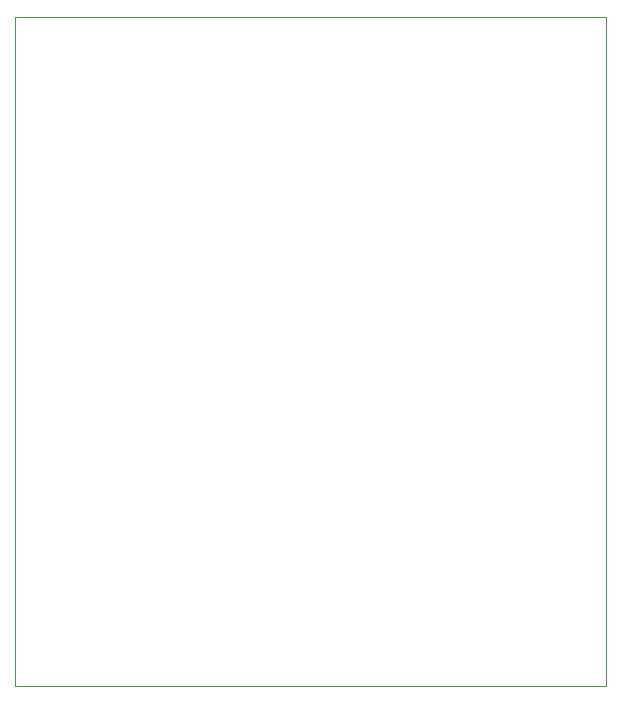
<source format=gbr>
G04 #@! TF.GenerationSoftware,KiCad,Pcbnew,5.1.5+dfsg1-2build2*
G04 #@! TF.CreationDate,2021-12-30T00:51:53-05:00*
G04 #@! TF.ProjectId,schematics,73636865-6d61-4746-9963-732e6b696361,rev?*
G04 #@! TF.SameCoordinates,Original*
G04 #@! TF.FileFunction,Profile,NP*
%FSLAX46Y46*%
G04 Gerber Fmt 4.6, Leading zero omitted, Abs format (unit mm)*
G04 Created by KiCad (PCBNEW 5.1.5+dfsg1-2build2) date 2021-12-30 00:51:53*
%MOMM*%
%LPD*%
G04 APERTURE LIST*
%ADD10C,0.050000*%
G04 APERTURE END LIST*
D10*
X168910000Y-173482000D02*
X168910000Y-116840000D01*
X218948000Y-173482000D02*
X168910000Y-173482000D01*
X218948000Y-116840000D02*
X218948000Y-173482000D01*
X168910000Y-116840000D02*
X218948000Y-116840000D01*
M02*

</source>
